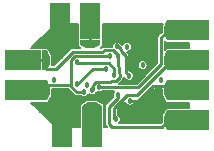
<source format=gbl>
G04 DipTrace 2.4.0.2*
%INST12axis.gbl*%
%MOMM*%
%ADD13C,0.254*%
%ADD16C,0.127*%
%ADD17R,1.6X1.7*%
%ADD19R,2.032X1.7*%
%ADD24R,1.7X1.6*%
%ADD25R,1.7X2.032*%
%ADD39R,2.0X1.7*%
%ADD41C,0.457*%
%FSLAX53Y53*%
G04*
G71*
G90*
G75*
G01*
%LNBottom*%
%LPD*%
X18357Y11378D2*
D13*
X18230D1*
Y12343D1*
X19350Y13462D1*
X20198D1*
X22665Y15929D1*
X23549D1*
X23978Y16358D1*
X25248D2*
X23978D1*
X22816D1*
X16913Y14076D2*
X20252D1*
X22187Y16012D1*
Y18270D1*
X22816Y18898D1*
X23978D1*
X25248D1*
X13665D2*
Y17736D1*
Y18898D2*
Y20168D1*
X13818Y12441D2*
Y11278D1*
Y10008D1*
X19535Y12954D2*
X20285D1*
X21555Y14223D1*
X22813D1*
Y13818D1*
X23978D1*
X25248D1*
X18536Y13465D2*
Y13198D1*
X17786Y12449D1*
Y10982D1*
X18013Y10755D1*
X22293D1*
X22816Y11278D1*
X23978D1*
X25248D1*
X15685Y13680D2*
X15044D1*
X14602Y14122D1*
X14476Y14249D1*
X12441D1*
Y13818D1*
X18453Y17539D2*
X18557D1*
X18805Y17291D1*
Y17141D1*
X19188Y16758D1*
Y15383D1*
X19503Y15068D1*
X19475D1*
X17895Y16718D2*
X14900D1*
X14602Y16420D1*
Y14122D1*
X12441Y13818D2*
X11278D1*
X10008D1*
X18519Y16719D2*
Y15901D1*
X18635Y15785D1*
Y15287D1*
X18742Y15181D1*
Y14961D1*
X18368Y14587D1*
X17980D1*
X17999Y14569D1*
X16706D1*
X16395Y14258D1*
Y13838D1*
X16365D1*
X18519Y16719D2*
Y16789D1*
X18105Y17204D1*
X17379D1*
X17282Y17107D1*
X14746D1*
X13277Y15637D1*
X12443D1*
Y16358D1*
X11278D1*
X10008D1*
X18179Y15083D2*
X18247D1*
Y15633D1*
X17757Y16123D1*
X15087D1*
X15098Y16134D1*
Y16214D1*
X17573Y15624D2*
X16400D1*
X15108Y14332D1*
X16205Y18898D2*
Y20168D1*
Y18898D2*
Y17733D1*
X16358Y12441D2*
Y11278D1*
Y10008D1*
D41*
X15685Y13680D3*
X19699Y16765D3*
X20296Y19236D3*
X18453Y17539D3*
X19475Y15068D3*
X18179Y15083D3*
X15108Y14332D3*
X15098Y16214D3*
X17573Y15624D3*
X18519Y16719D3*
X16913Y14076D3*
X18536Y13465D3*
X18357Y11378D3*
X19535Y12954D3*
X17778Y17704D3*
X13115Y14740D3*
X19340Y17529D3*
X20632Y15955D3*
X21175Y11786D3*
X22185Y14723D3*
X16365Y13838D3*
X15887Y14307D3*
X17895Y16718D3*
X13156Y19321D2*
D16*
X15147D1*
X17264D2*
X22267D1*
X13031Y19197D2*
X15147D1*
X17264D2*
X22239D1*
X12908Y19074D2*
X15147D1*
X17264D2*
X22239D1*
X12785Y18950D2*
X15147D1*
X17264D2*
X22239D1*
X12660Y18826D2*
X15147D1*
X17264D2*
X22239D1*
X12537Y18703D2*
X15147D1*
X17264D2*
X22152D1*
X12414Y18579D2*
X15147D1*
X17264D2*
X22029D1*
X12289Y18455D2*
X15147D1*
X17264D2*
X21912D1*
X12166Y18332D2*
X15147D1*
X17264D2*
X21858D1*
X12043Y18208D2*
X15147D1*
X17264D2*
X21852D1*
X11918Y18084D2*
X15147D1*
X17264D2*
X21852D1*
X11795Y17961D2*
X15147D1*
X17264D2*
X18395D1*
X18512D2*
X21852D1*
X11672Y17837D2*
X15147D1*
X17264D2*
X18139D1*
X18768D2*
X19036D1*
X19643D2*
X21852D1*
X22522D2*
X24511D1*
X11547Y17713D2*
X15147D1*
X17264D2*
X18054D1*
X18851D2*
X18945D1*
X19734D2*
X21852D1*
X22522D2*
X24511D1*
X11424Y17590D2*
X15153D1*
X17258D2*
X18020D1*
X19772D2*
X21852D1*
X22522D2*
X24511D1*
X11301Y17466D2*
X15250D1*
X19772D2*
X21852D1*
X22522D2*
X24511D1*
X12692Y17342D2*
X14514D1*
X19732D2*
X21852D1*
X12765Y17219D2*
X14389D1*
X19641D2*
X21852D1*
X12829Y17095D2*
X14266D1*
X19320D2*
X21852D1*
X12892Y16971D2*
X14143D1*
X19443D2*
X21852D1*
X12956Y16848D2*
X14018D1*
X19510D2*
X21852D1*
X13011Y16724D2*
X13895D1*
X19522D2*
X21852D1*
X13015Y16600D2*
X13772D1*
X19522D2*
X21852D1*
X13015Y16477D2*
X13647D1*
X19522D2*
X21852D1*
X13015Y16353D2*
X13524D1*
X19522D2*
X20475D1*
X20790D2*
X21852D1*
X13015Y16229D2*
X13401D1*
X19522D2*
X20296D1*
X20969D2*
X21852D1*
X13015Y16106D2*
X13276D1*
X19522D2*
X20223D1*
X21040D2*
X21812D1*
X13009Y15982D2*
X13153D1*
X19522D2*
X20197D1*
X21068D2*
X21689D1*
X19522Y15858D2*
X20207D1*
X21058D2*
X21566D1*
X19522Y15735D2*
X20257D1*
X21006D2*
X21441D1*
X19522Y15611D2*
X20372D1*
X20893D2*
X21318D1*
X19552Y15487D2*
X21195D1*
X19792Y15364D2*
X21070D1*
X19875Y15240D2*
X20947D1*
X19909Y15116D2*
X20824D1*
X19905Y14993D2*
X20699D1*
X19861Y14869D2*
X20576D1*
X18994Y14745D2*
X19187D1*
X19762D2*
X20453D1*
X18871Y14622D2*
X20328D1*
X18746Y14498D2*
X20205D1*
X13015Y13880D2*
X14377D1*
X21679D2*
X22239D1*
X13015Y13756D2*
X14500D1*
X21556D2*
X22239D1*
X13015Y13632D2*
X14623D1*
X16748D2*
X18133D1*
X21431D2*
X22239D1*
X13015Y13509D2*
X14748D1*
X16645D2*
X18102D1*
X21308D2*
X22239D1*
X12986Y13385D2*
X14903D1*
X16002D2*
X18108D1*
X21185D2*
X22271D1*
X12920Y13261D2*
X15611D1*
X15759D2*
X18129D1*
X21060D2*
X22334D1*
X12857Y13138D2*
X18006D1*
X20937D2*
X22398D1*
X12793Y13014D2*
X17883D1*
X20814D2*
X22461D1*
X12730Y12890D2*
X15754D1*
X16962D2*
X17760D1*
X20691D2*
X22525D1*
X11243Y12767D2*
X15512D1*
X17202D2*
X17635D1*
X20566D2*
X24511D1*
X11368Y12643D2*
X15331D1*
X17385D2*
X17516D1*
X18998D2*
X19235D1*
X20383D2*
X24511D1*
X11491Y12519D2*
X15300D1*
X18875D2*
X24511D1*
X11614Y12396D2*
X15300D1*
X18752D2*
X24511D1*
X11739Y12272D2*
X15300D1*
X18627D2*
X22572D1*
X11862Y12148D2*
X15300D1*
X18566D2*
X22497D1*
X11985Y12025D2*
X15300D1*
X18566D2*
X22432D1*
X12110Y11901D2*
X15300D1*
X18566D2*
X22368D1*
X12233Y11777D2*
X15300D1*
X18566D2*
X22305D1*
X12357Y11654D2*
X15300D1*
X18691D2*
X22247D1*
X12482Y11530D2*
X15300D1*
X18766D2*
X22239D1*
X12605Y11406D2*
X15300D1*
X18792D2*
X22239D1*
X12728Y11283D2*
X15300D1*
X18782D2*
X22239D1*
X12853Y11159D2*
X15300D1*
X18732D2*
X22227D1*
X12976Y11035D2*
X15300D1*
X13099Y10912D2*
X15300D1*
X13222Y10788D2*
X15300D1*
X17417D2*
X17516D1*
X24523Y12772D2*
X22982Y12774D1*
X22924Y12772D1*
X22718D1*
X22656Y12783D1*
X22600Y12812D1*
X22555Y12860D1*
X22515Y12935D1*
X22274Y13404D1*
X22255Y13466D1*
X22252Y13557D1*
Y13900D1*
X21688Y13901D1*
X20513Y12725D1*
X20464Y12685D1*
X20408Y12655D1*
X20347Y12637D1*
X20285Y12631D1*
X19811D1*
X19747Y12586D1*
X19690Y12559D1*
X19629Y12540D1*
X19566Y12531D1*
X19503D1*
X19440Y12540D1*
X19380Y12559D1*
X19323Y12586D1*
X19270Y12622D1*
X19224Y12666D1*
X19184Y12715D1*
X19142Y12798D1*
X18552Y12208D1*
X18553Y11753D1*
X18623Y11708D1*
X18669Y11665D1*
X18708Y11615D1*
X18740Y11560D1*
X18763Y11501D1*
X18777Y11439D1*
X18781Y11378D1*
X18776Y11314D1*
X18762Y11253D1*
X18739Y11193D1*
X18707Y11139D1*
X18655Y11077D1*
X20870Y11078D1*
X22158D1*
X22254Y11173D1*
X22252Y11603D1*
X22264Y11667D1*
X22303Y11749D1*
X22544Y12217D1*
X22582Y12268D1*
X22634Y12304D1*
X22696Y12322D1*
X22782Y12324D1*
X24527D1*
X24525Y12637D1*
Y12773D1*
X24036Y12772D1*
Y12774D1*
X23236Y17404D2*
X24527D1*
X24525Y17780D1*
Y17853D1*
X24052Y17852D1*
X22982D1*
X22718D1*
X22656Y17863D1*
X22600Y17892D1*
X22555Y17940D1*
X22509Y18027D1*
X22510Y17508D1*
Y17232D1*
X22544Y17297D1*
X22582Y17348D1*
X22634Y17384D1*
X22696Y17402D1*
X22782Y17404D1*
X23236D1*
X11225D2*
X12274Y17402D1*
X12332Y17404D1*
X12538D1*
X12600Y17393D1*
X12656Y17364D1*
X12701Y17316D1*
X12741Y17241D1*
X12982Y16772D1*
X13001Y16710D1*
X13004Y16620D1*
Y16033D1*
X12992Y15969D1*
X12996Y15980D1*
X13015Y15960D1*
X13144D1*
X14518Y17335D1*
X14567Y17375D1*
X14623Y17405D1*
X14684Y17423D1*
X14746Y17429D1*
X15335D1*
X15266Y17464D1*
X15215Y17502D1*
X15179Y17554D1*
X15161Y17616D1*
X15160Y17702D1*
Y19444D1*
X13267Y19445D1*
X11224Y17402D1*
X12020Y12772D2*
X11224D1*
X11656Y12342D1*
X13268Y10730D1*
X14066Y10732D1*
X15314D1*
X15312Y11082D1*
X15314Y11220D1*
X15312Y11425D1*
X15314Y12274D1*
X15312Y12327D1*
Y12538D1*
X15323Y12600D1*
X15352Y12656D1*
X15400Y12701D1*
X15475Y12741D1*
X15944Y12982D1*
X16006Y13001D1*
X16097Y13004D1*
X16683D1*
X16747Y12992D1*
X16829Y12953D1*
X17297Y12712D1*
X17348Y12674D1*
X17384Y12622D1*
X17402Y12560D1*
X17404Y12475D1*
Y10732D1*
X17580D1*
X17518Y10802D1*
X17488Y10858D1*
X17470Y10919D1*
X17464Y10982D1*
Y12449D1*
X17470Y12512D1*
X17488Y12572D1*
X17518Y12628D1*
X17558Y12677D1*
X18157Y13276D1*
X18130Y13340D1*
X18116Y13402D1*
X18112Y13466D1*
X18117Y13529D1*
X18131Y13591D1*
X18154Y13650D1*
X18186Y13705D1*
X18224Y13753D1*
X17186D1*
X17124Y13709D1*
X17067Y13681D1*
X17007Y13662D1*
X16944Y13653D1*
X16880D1*
X16818Y13663D1*
X16759Y13681D1*
X16716Y13599D1*
X16676Y13549D1*
X16630Y13506D1*
X16577Y13471D1*
X16520Y13443D1*
X16459Y13424D1*
X16397Y13415D1*
X16333D1*
X16271Y13425D1*
X16210Y13443D1*
X16153Y13471D1*
X16079Y13527D1*
X16067Y13496D1*
X16036Y13441D1*
X15996Y13392D1*
X15950Y13349D1*
X15897Y13313D1*
X15840Y13286D1*
X15779Y13267D1*
X15717Y13257D1*
X15653Y13258D1*
X15590Y13267D1*
X15530Y13286D1*
X15473Y13313D1*
X15410Y13359D1*
X15044Y13358D1*
X14981Y13364D1*
X14920Y13383D1*
X14864Y13413D1*
X14816Y13452D1*
X14342Y13927D1*
X13002Y13926D1*
X13004Y13635D1*
Y13493D1*
X12992Y13429D1*
X12953Y13347D1*
X12712Y12879D1*
X12674Y12828D1*
X12622Y12792D1*
X12560Y12774D1*
X12475Y12772D1*
X12020D1*
X17251Y19443D2*
X17249Y17902D1*
X17251Y17844D1*
Y17638D1*
X17241Y17576D1*
X17211Y17520D1*
X17155Y17470D1*
X17076Y17429D1*
X17151Y17432D1*
X17200Y17472D1*
X17256Y17502D1*
X17317Y17520D1*
X17379Y17526D1*
X18028D1*
X18034Y17603D1*
X18048Y17665D1*
X18071Y17724D1*
X18103Y17779D1*
X18143Y17828D1*
X18189Y17872D1*
X18242Y17907D1*
X18299Y17934D1*
X18360Y17953D1*
X18423Y17962D1*
X18486D1*
X18549Y17952D1*
X18609Y17933D1*
X18666Y17906D1*
X18719Y17870D1*
X18765Y17827D1*
X18804Y17777D1*
X18839Y17712D1*
X18926Y17626D1*
X18958Y17714D1*
X18990Y17769D1*
X19030Y17818D1*
X19076Y17861D1*
X19129Y17897D1*
X19186Y17924D1*
X19247Y17943D1*
X19309Y17952D1*
X19373D1*
X19436Y17942D1*
X19496Y17923D1*
X19553Y17896D1*
X19605Y17860D1*
X19652Y17816D1*
X19691Y17767D1*
X19723Y17712D1*
X19746Y17652D1*
X19759Y17591D1*
X19764Y17529D1*
X19759Y17466D1*
X19745Y17404D1*
X19722Y17345D1*
X19690Y17290D1*
X19651Y17240D1*
X19604Y17197D1*
X19552Y17162D1*
X19494Y17134D1*
X19434Y17115D1*
X19371Y17106D1*
X19294Y17108D1*
X19416Y16986D1*
X19456Y16937D1*
X19486Y16881D1*
X19504Y16821D1*
X19510Y16758D1*
Y15518D1*
X19571Y15481D1*
X19631Y15462D1*
X19688Y15435D1*
X19741Y15399D1*
X19787Y15355D1*
X19826Y15306D1*
X19858Y15250D1*
X19881Y15191D1*
X19895Y15129D1*
X19899Y15068D1*
X19894Y15005D1*
X19880Y14943D1*
X19857Y14884D1*
X19825Y14829D1*
X19786Y14779D1*
X19739Y14736D1*
X19687Y14700D1*
X19630Y14673D1*
X19569Y14654D1*
X19506Y14645D1*
X19443D1*
X19380Y14655D1*
X19319Y14673D1*
X19262Y14701D1*
X19210Y14737D1*
X19163Y14780D1*
X19124Y14830D1*
X19092Y14885D1*
X19064Y14965D1*
X19058Y14898D1*
X19040Y14838D1*
X19010Y14782D1*
X18970Y14733D1*
X18635Y14398D1*
X20117Y14399D1*
X21866Y16147D1*
X21865Y16964D1*
Y18270D1*
X21871Y18333D1*
X21889Y18394D1*
X21919Y18449D1*
X21959Y18498D1*
X22253Y18791D1*
X22252Y19223D1*
X22264Y19287D1*
X22303Y19369D1*
X22342Y19445D1*
X17252D1*
X17251Y18956D1*
X17249D1*
X21052Y15891D2*
X21038Y15830D1*
X21014Y15770D1*
X20983Y15716D1*
X20943Y15666D1*
X20897Y15623D1*
X20844Y15587D1*
X20787Y15560D1*
X20726Y15541D1*
X20664Y15532D1*
X20600D1*
X20537Y15541D1*
X20477Y15560D1*
X20420Y15588D1*
X20367Y15623D1*
X20321Y15667D1*
X20281Y15716D1*
X20250Y15771D1*
X20227Y15830D1*
X20213Y15892D1*
X20208Y15956D1*
X20213Y16019D1*
X20227Y16081D1*
X20251Y16140D1*
X20282Y16194D1*
X20322Y16244D1*
X20369Y16287D1*
X20421Y16323D1*
X20478Y16350D1*
X20539Y16368D1*
X20602Y16378D1*
X20665D1*
X20728Y16368D1*
X20789Y16349D1*
X20846Y16321D1*
X20898Y16285D1*
X20944Y16242D1*
X20984Y16192D1*
X21015Y16137D1*
X21038Y16078D1*
X21052Y16016D1*
X21056Y15955D1*
X21052Y15891D1*
D17*
X23978Y13818D3*
Y16358D3*
D19*
X25248Y13818D3*
Y16358D3*
G36*
X22718Y17208D2*
X23183D1*
Y15508D1*
X22718D1*
X22448Y16033D1*
Y16683D1*
X22718Y17208D1*
G37*
G36*
Y14668D2*
X23178D1*
Y12968D1*
X22718D1*
X22448Y13493D1*
Y14143D1*
X22718Y14668D1*
G37*
D17*
X11278Y16358D3*
Y13818D3*
D19*
X10008Y16358D3*
Y13818D3*
G36*
X12538Y12968D2*
X12073D1*
Y14668D1*
X12538D1*
X12808Y14143D1*
Y13493D1*
X12538Y12968D1*
G37*
G36*
Y15508D2*
X12078D1*
Y17208D1*
X12538D1*
X12808Y16683D1*
Y16033D1*
X12538Y15508D1*
G37*
D24*
X16205Y18898D3*
X13665D3*
D25*
X16205Y20168D3*
X13665D3*
G36*
X12815Y17638D2*
Y18103D1*
X14515D1*
Y17638D1*
X13990Y17368D1*
X13340D1*
X12815Y17638D1*
G37*
G36*
X15355D2*
Y18098D1*
X17055D1*
Y17638D1*
X16530Y17368D1*
X15880D1*
X15355Y17638D1*
G37*
D24*
X16358Y11278D3*
X13818D3*
G36*
X14668Y12538D2*
Y12073D1*
X12968D1*
Y12538D1*
X13493Y12808D1*
X14143D1*
X14668Y12538D1*
G37*
G36*
X17208D2*
Y12073D1*
X15508D1*
Y12538D1*
X16033Y12808D1*
X16683D1*
X17208Y12538D1*
G37*
D25*
X16358Y10008D3*
X13818D3*
D17*
X23978Y18898D3*
G36*
X22718Y19748D2*
X23183D1*
Y18048D1*
X22718D1*
X22448Y18573D1*
Y19223D1*
X22718Y19748D1*
G37*
D39*
X25248Y18898D3*
D17*
X23978Y11278D3*
G36*
X22718Y12128D2*
X23183D1*
Y10428D1*
X22718D1*
X22448Y10953D1*
Y11603D1*
X22718Y12128D1*
G37*
D39*
X25248Y11278D3*
G36*
X20000Y11729D2*
X19971Y11919D1*
X19911Y12067D1*
X19835Y12161D1*
X19759Y12237D1*
X19646Y12300D1*
X19581Y12326D1*
X19486Y12346D1*
X19435Y12356D1*
X19352Y12361D1*
X19287Y12338D1*
X19249Y12300D1*
X19224Y12275D1*
X19160Y12262D1*
X19135Y12267D1*
X19084Y12282D1*
X19056Y12313D1*
X18957Y12231D1*
X19008Y12155D1*
Y12137D1*
X18919Y12101D1*
X18906Y12046D1*
X18896Y11945D1*
X19149Y12051D1*
X19181D1*
X19224Y12044D1*
X19234Y12021D1*
X19214Y11970D1*
X19098Y11907D1*
X18927Y11836D1*
X18952Y11785D1*
X19016Y11731D1*
X19206Y11805D1*
X19200Y11767D1*
Y11729D1*
X20000D1*
G37*
M02*

</source>
